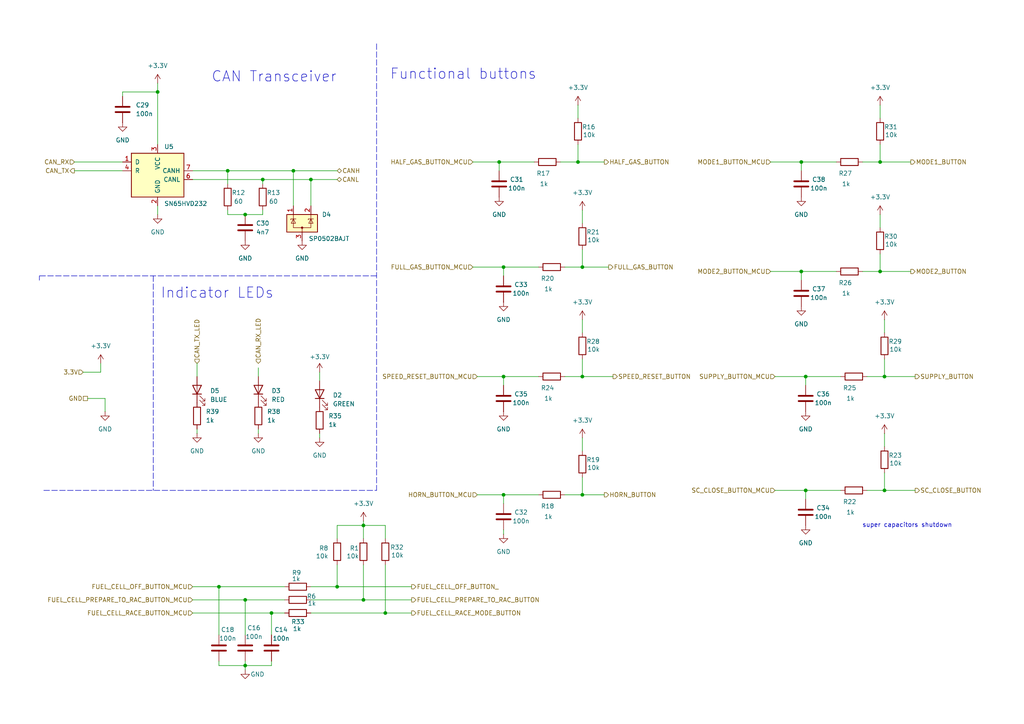
<source format=kicad_sch>
(kicad_sch (version 20250114) (generator "eeschema") (generator_version "9.0")
  (paper "A4")
  (lib_symbols
    (symbol "+3.3V_1" (power) (pin_numbers (hide yes)) (pin_names (offset 0) (hide yes))
      (property "Value" "+3.3V" (at 0 3.556 0))
      (symbol "+3.3V_1_0_1"
        (polyline (pts (xy -0.762 1.27) (xy 0 2.54)))
        (polyline (pts (xy 0 2.54) (xy 0.762 1.27)))
        (polyline (pts (xy 0 0) (xy 0 2.54)))
      )
      (symbol "+3.3V_1_1_1"
        (pin power_in line (at 0 0 90) (length 0) (name "~") (number "1"))
      )
    )
    (symbol "+3.3V_2" (power) (pin_numbers (hide yes)) (pin_names (offset 0) (hide yes))
      (property "Value" "+3.3V" (at 0 3.556 0))
      (symbol "+3.3V_2_0_1"
        (polyline (pts (xy -0.762 1.27) (xy 0 2.54)))
        (polyline (pts (xy 0 2.54) (xy 0.762 1.27)))
        (polyline (pts (xy 0 0) (xy 0 2.54)))
      )
      (symbol "+3.3V_2_1_1"
        (pin power_in line (at 0 0 90) (length 0) (name "~") (number "1"))
      )
    )
    (symbol "+3.3V_3" (power) (pin_numbers (hide yes)) (pin_names (offset 0) (hide yes))
      (property "Value" "+3.3V" (at 0 3.556 0))
      (symbol "+3.3V_3_0_1"
        (polyline (pts (xy -0.762 1.27) (xy 0 2.54)))
        (polyline (pts (xy 0 2.54) (xy 0.762 1.27)))
        (polyline (pts (xy 0 0) (xy 0 2.54)))
      )
      (symbol "+3.3V_3_1_1"
        (pin power_in line (at 0 0 90) (length 0) (name "~") (number "1"))
      )
    )
    (symbol "+3.3V_4" (power) (pin_numbers (hide yes)) (pin_names (offset 0) (hide yes))
      (property "Value" "+3.3V" (at 0 3.556 0))
      (symbol "+3.3V_4_0_1"
        (polyline (pts (xy -0.762 1.27) (xy 0 2.54)))
        (polyline (pts (xy 0 2.54) (xy 0.762 1.27)))
        (polyline (pts (xy 0 0) (xy 0 2.54)))
      )
      (symbol "+3.3V_4_1_1"
        (pin power_in line (at 0 0 90) (length 0) (name "~") (number "1"))
      )
    )
    (symbol "Device:C" (pin_numbers (hide yes)) (pin_names (offset 0.254))
      (property "Reference" "C" (at 0.635 2.54 0))
      (property "Value" "C" (at 0.635 -2.54 0))
      (symbol "C_0_1"
        (polyline (pts (xy -2.032 0.762) (xy 2.032 0.762)) (stroke (width 0.508)))
        (polyline (pts (xy -2.032 -0.762) (xy 2.032 -0.762)) (stroke (width 0.508)))
      )
      (symbol "C_1_1"
        (pin passive line (at 0 3.81 270) (length 2.794) (name "~") (number "1"))
        (pin passive line (at 0 -3.81 90) (length 2.794) (name "~") (number "2"))
      )
    )
    (symbol "Device:LED" (pin_numbers (hide yes)) (pin_names (offset 1.016) (hide yes))
      (property "Reference" "D" (at 0 2.54 0))
      (property "Value" "LED" (at 0 -2.54 0))
      (symbol "LED_0_1"
        (polyline (pts (xy -3.048 -0.762) (xy -4.572 -2.286) (xy -3.81 -2.286) (xy -4.572 -2.286) (xy -4.572 -1.524)))
        (polyline (pts (xy -1.778 -0.762) (xy -3.302 -2.286) (xy -2.54 -2.286) (xy -3.302 -2.286) (xy -3.302 -1.524)))
        (polyline (pts (xy -1.27 0) (xy 1.27 0)))
        (polyline (pts (xy -1.27 -1.27) (xy -1.27 1.27)) (stroke (width 0.254)))
        (polyline (pts (xy 1.27 -1.27) (xy 1.27 1.27) (xy -1.27 0) (xy 1.27 -1.27)) (stroke (width 0.254)))
      )
      (symbol "LED_1_1"
        (pin passive line (at -3.81 0 0) (length 2.54) (name "K") (number "1"))
        (pin passive line (at 3.81 0 180) (length 2.54) (name "A") (number "2"))
      )
    )
    (symbol "Device:R" (pin_numbers (hide yes)) (pin_names (offset 0))
      (property "Reference" "R" (at 2.032 0 90))
      (property "Value" "R" (at 0 0 90))
      (symbol "R_0_1"
        (rectangle (start -1.016 -2.54) (end 1.016 2.54) (stroke (width 0.254)))
      )
      (symbol "R_1_1"
        (pin passive line (at 0 3.81 270) (length 1.27) (name "~") (number "1"))
        (pin passive line (at 0 -3.81 90) (length 1.27) (name "~") (number "2"))
      )
    )
    (symbol "GND_1" (power) (pin_numbers (hide yes)) (pin_names (offset 0) (hide yes))
      (property "Value" "GND" (at 0 -3.81 0))
      (symbol "GND_1_0_1"
        (polyline (pts (xy 0 0) (xy 0 -1.27) (xy 1.27 -1.27) (xy 0 -2.54) (xy -1.27 -1.27) (xy 0 -1.27)))
      )
      (symbol "GND_1_1_1"
        (pin power_in line (at 0 0 270) (length 0) (name "~") (number "1"))
      )
    )
    (symbol "GND_2" (power) (pin_numbers (hide yes)) (pin_names (offset 0) (hide yes))
      (property "Value" "GND" (at 0 -3.81 0))
      (symbol "GND_2_0_1"
        (polyline (pts (xy 0 0) (xy 0 -1.27) (xy 1.27 -1.27) (xy 0 -2.54) (xy -1.27 -1.27) (xy 0 -1.27)))
      )
      (symbol "GND_2_1_1"
        (pin power_in line (at 0 0 270) (length 0) (name "~") (number "1"))
      )
    )
    (symbol "GND_3" (power) (pin_numbers (hide yes)) (pin_names (offset 0) (hide yes))
      (property "Value" "GND" (at 0 -3.81 0))
      (symbol "GND_3_0_1"
        (polyline (pts (xy 0 0) (xy 0 -1.27) (xy 1.27 -1.27) (xy 0 -2.54) (xy -1.27 -1.27) (xy 0 -1.27)))
      )
      (symbol "GND_3_1_1"
        (pin power_in line (at 0 0 270) (length 0) (name "~") (number "1"))
      )
    )
    (symbol "Interface_CAN_LIN:SN65HVD232" (pin_names (offset 1.016))
      (property "Reference" "U" (at -2.54 10.16 0))
      (property "Value" "SN65HVD232" (at -2.54 7.62 0))
      (symbol "SN65HVD232_0_1"
        (rectangle (start -7.62 5.08) (end 7.62 -7.62) (stroke (width 0.254)) (fill (type background)))
      )
      (symbol "SN65HVD232_1_1"
        (pin input line (at -10.16 2.54 0) (length 2.54) (name "D") (number "1"))
        (pin output line (at -10.16 0 0) (length 2.54) (name "R") (number "4"))
        (pin no_connect line (at -7.62 -2.54 0) (length 2.54) (hide yes) (name "NC") (number "5"))
        (pin no_connect line (at -7.62 -5.08 0) (length 2.54) (hide yes) (name "NC") (number "8"))
        (pin power_in line (at 0 7.62 270) (length 2.54) (name "VCC") (number "3"))
        (pin power_in line (at 0 -10.16 90) (length 2.54) (name "GND") (number "2"))
        (pin bidirectional line (at 10.16 0 180) (length 2.54) (name "CANH") (number "7"))
        (pin bidirectional line (at 10.16 -2.54 180) (length 2.54) (name "CANL") (number "6"))
      )
    )
    (symbol "Power_Protection:SP0502BAJT" (pin_names (hide yes))
      (property "Reference" "D" (at 5.715 2.54 0))
      (property "Value" "SP0502BAJT" (at 5.715 0.635 0))
      (symbol "SP0502BAJT_0_0"
        (pin passive line (at 0 -5.08 90) (length 2.54) (name "A") (number "3"))
      )
      (symbol "SP0502BAJT_0_1"
        (rectangle (start -4.445 2.54) (end 4.445 -2.54) (stroke (width 0.254)) (fill (type background)))
        (polyline (pts (xy -3.302 1.016) (xy -3.302 1.27) (xy -1.905 1.27) (xy -1.778 1.27)))
        (polyline (pts (xy -2.54 2.54) (xy -2.54 1.27)))
        (polyline (pts (xy -2.54 1.27) (xy -2.54 -1.27) (xy 2.54 -1.27) (xy 2.54 1.27)))
        (polyline (pts (xy -2.54 1.27) (xy -1.905 0) (xy -3.175 0) (xy -2.54 1.27)))
        (polyline (pts (xy 0 -1.27) (xy 0 -2.54)))
        (circle (center 0 -1.27) (radius 0.254) (fill (type outline)))
        (polyline (pts (xy 1.778 1.016) (xy 1.778 1.27) (xy 3.175 1.27) (xy 3.302 1.27)))
        (polyline (pts (xy 2.54 2.54) (xy 2.54 1.27)))
        (polyline (pts (xy 2.54 1.27) (xy 1.905 0) (xy 3.175 0) (xy 2.54 1.27)))
      )
      (symbol "SP0502BAJT_1_1"
        (pin passive line (at -2.54 5.08 270) (length 2.54) (name "K") (number "1"))
        (pin passive line (at 2.54 5.08 270) (length 2.54) (name "K") (number "2"))
      )
    )
    (symbol "power:+3.3V" (power) (pin_numbers (hide yes)) (pin_names (offset 0) (hide yes))
      (property "Value" "+3.3V" (at 0 3.556 0))
      (symbol "+3.3V_0_1"
        (polyline (pts (xy -0.762 1.27) (xy 0 2.54)))
        (polyline (pts (xy 0 2.54) (xy 0.762 1.27)))
        (polyline (pts (xy 0 0) (xy 0 2.54)))
      )
      (symbol "+3.3V_1_1"
        (pin power_in line (at 0 0 90) (length 0) (name "~") (number "1"))
      )
    )
    (symbol "power:GND" (power) (pin_numbers (hide yes)) (pin_names (offset 0) (hide yes))
      (property "Value" "GND" (at 0 -3.81 0))
      (symbol "GND_0_1"
        (polyline (pts (xy 0 0) (xy 0 -1.27) (xy 1.27 -1.27) (xy 0 -2.54) (xy -1.27 -1.27) (xy 0 -1.27)))
      )
      (symbol "GND_1_1"
        (pin power_in line (at 0 0 270) (length 0) (name "~") (number "1"))
      )
    )
  )
  (text "Functional buttons" (at 134.366 21.59 0) (effects (font (size 3 3))))
  (text "Indicator LEDs\n" (at 62.992 85.09 0) (effects (font (size 3 3))))
  (text "super capacitors shutdown\n" (at 263.144 152.4 0) (effects (font (size 1.27 1.27))))
  (text "CAN Transceiver\n" (at 79.502 22.352 0) (effects (font (size 3 3))))
  (junction (at 255.27 46.99))
  (junction (at 233.68 109.22))
  (junction (at 146.05 109.22))
  (junction (at 71.12 62.23))
  (junction (at 85.09 49.53))
  (junction (at 97.79 170.18))
  (junction (at 71.12 193.04))
  (junction (at 168.91 109.22))
  (junction (at 45.72 26.67))
  (junction (at 233.68 142.24))
  (junction (at 256.54 109.22))
  (junction (at 71.12 173.99))
  (junction (at 105.41 173.99))
  (junction (at 232.41 78.74))
  (junction (at 144.78 46.99))
  (junction (at 105.41 152.4))
  (junction (at 168.91 143.51))
  (junction (at 232.41 46.99))
  (junction (at 111.76 177.8))
  (junction (at 168.91 77.47))
  (junction (at 146.05 77.47))
  (junction (at 63.5 170.18))
  (junction (at 167.64 46.99))
  (junction (at 66.04 49.53))
  (junction (at 146.05 143.51))
  (junction (at 76.2 52.07))
  (junction (at 90.17 52.07))
  (junction (at 256.54 142.24))
  (junction (at 78.74 177.8))
  (junction (at 255.27 78.74))
  (wire (pts (xy 232.41 78.74) (xy 232.41 81.28)))
  (wire (pts (xy 223.52 46.99) (xy 232.41 46.99)))
  (wire (pts (xy 255.27 62.23) (xy 255.27 66.04)))
  (wire (pts (xy 57.15 124.46) (xy 57.15 125.73)))
  (wire (pts (xy 137.16 46.99) (xy 144.78 46.99)))
  (wire (pts (xy 97.79 163.83) (xy 97.79 170.18)))
  (wire (pts (xy 71.12 62.23) (xy 76.2 62.23)))
  (wire (pts (xy 168.91 77.47) (xy 176.53 77.47)))
  (wire (pts (xy 168.91 138.43) (xy 168.91 143.51)))
  (wire (pts (xy 163.83 77.47) (xy 168.91 77.47)))
  (wire (pts (xy 146.05 153.67) (xy 146.05 154.94)))
  (wire (pts (xy 250.19 78.74) (xy 255.27 78.74)))
  (wire (pts (xy 21.59 49.53) (xy 35.56 49.53)))
  (wire (pts (xy 76.2 52.07) (xy 76.2 53.34)))
  (wire (pts (xy 163.83 109.22) (xy 168.91 109.22)))
  (wire (pts (xy 111.76 163.83) (xy 111.76 177.8)))
  (wire (pts (xy 105.41 173.99) (xy 119.38 173.99)))
  (wire (pts (xy 156.21 143.51) (xy 146.05 143.51)))
  (wire (pts (xy 105.41 152.4) (xy 105.41 156.21)))
  (wire (pts (xy 111.76 177.8) (xy 119.38 177.8)))
  (wire (pts (xy 223.52 78.74) (xy 232.41 78.74)))
  (wire (pts (xy 242.57 46.99) (xy 232.41 46.99)))
  (wire (pts (xy 168.91 60.96) (xy 168.91 64.77)))
  (wire (pts (xy 71.12 193.04) (xy 71.12 191.77)))
  (wire (pts (xy 224.79 142.24) (xy 233.68 142.24)))
  (wire (pts (xy 146.05 77.47) (xy 146.05 80.01)))
  (wire (pts (xy 138.43 143.51) (xy 146.05 143.51)))
  (wire (pts (xy 167.64 46.99) (xy 175.26 46.99)))
  (wire (pts (xy 66.04 49.53) (xy 66.04 53.34)))
  (wire (pts (xy 30.48 115.57) (xy 30.48 119.38)))
  (wire (pts (xy 92.71 125.73) (xy 92.71 127)))
  (wire (pts (xy 167.64 41.91) (xy 167.64 46.99)))
  (polyline (pts (xy 11.43 80.01) (xy 11.43 81.28)) (stroke (width 0) (type dash)))
  (wire (pts (xy 97.79 170.18) (xy 119.38 170.18)))
  (wire (pts (xy 168.91 92.71) (xy 168.91 96.52)))
  (wire (pts (xy 35.56 26.67) (xy 45.72 26.67)))
  (wire (pts (xy 63.5 170.18) (xy 63.5 184.15)))
  (wire (pts (xy 21.59 46.99) (xy 35.56 46.99)))
  (wire (pts (xy 255.27 78.74) (xy 264.16 78.74)))
  (wire (pts (xy 71.12 193.04) (xy 71.12 194.31)))
  (wire (pts (xy 233.68 109.22) (xy 233.68 111.76)))
  (wire (pts (xy 90.17 173.99) (xy 105.41 173.99)))
  (wire (pts (xy 90.17 177.8) (xy 111.76 177.8)))
  (wire (pts (xy 256.54 92.71) (xy 256.54 96.52)))
  (wire (pts (xy 92.71 107.95) (xy 92.71 110.49)))
  (wire (pts (xy 255.27 73.66) (xy 255.27 78.74)))
  (wire (pts (xy 74.93 124.46) (xy 74.93 125.73)))
  (wire (pts (xy 137.16 77.47) (xy 146.05 77.47)))
  (wire (pts (xy 232.41 46.99) (xy 232.41 49.53)))
  (wire (pts (xy 78.74 193.04) (xy 71.12 193.04)))
  (wire (pts (xy 24.13 107.95) (xy 29.21 107.95)))
  (wire (pts (xy 78.74 177.8) (xy 82.55 177.8)))
  (wire (pts (xy 71.12 173.99) (xy 82.55 173.99)))
  (wire (pts (xy 168.91 127) (xy 168.91 130.81)))
  (wire (pts (xy 168.91 109.22) (xy 177.8 109.22)))
  (wire (pts (xy 144.78 46.99) (xy 144.78 49.53)))
  (wire (pts (xy 167.64 30.48) (xy 167.64 34.29)))
  (wire (pts (xy 168.91 143.51) (xy 175.26 143.51)))
  (wire (pts (xy 63.5 193.04) (xy 71.12 193.04)))
  (wire (pts (xy 256.54 104.14) (xy 256.54 109.22)))
  (wire (pts (xy 85.09 49.53) (xy 85.09 59.69)))
  (wire (pts (xy 55.88 52.07) (xy 76.2 52.07)))
  (wire (pts (xy 250.19 46.99) (xy 255.27 46.99)))
  (polyline (pts (xy 109.22 80.01) (xy 11.43 80.01)) (stroke (width 0) (type dash)))
  (wire (pts (xy 55.88 170.18) (xy 63.5 170.18)))
  (wire (pts (xy 78.74 177.8) (xy 78.74 184.15)))
  (wire (pts (xy 168.91 104.14) (xy 168.91 109.22)))
  (polyline (pts (xy 44.45 80.01) (xy 44.45 142.24)) (stroke (width 0) (type dash)))
  (wire (pts (xy 97.79 152.4) (xy 105.41 152.4)))
  (wire (pts (xy 66.04 62.23) (xy 71.12 62.23)))
  (wire (pts (xy 105.41 152.4) (xy 111.76 152.4)))
  (wire (pts (xy 154.94 46.99) (xy 144.78 46.99)))
  (wire (pts (xy 90.17 52.07) (xy 97.79 52.07)))
  (polyline (pts (xy 12.7 142.24) (xy 109.22 142.24)) (stroke (width 0) (type dash)))
  (wire (pts (xy 156.21 109.22) (xy 146.05 109.22)))
  (wire (pts (xy 55.88 177.8) (xy 78.74 177.8)))
  (wire (pts (xy 76.2 52.07) (xy 90.17 52.07)))
  (wire (pts (xy 57.15 105.41) (xy 57.15 109.22)))
  (wire (pts (xy 146.05 143.51) (xy 146.05 146.05)))
  (wire (pts (xy 66.04 49.53) (xy 85.09 49.53)))
  (wire (pts (xy 168.91 72.39) (xy 168.91 77.47)))
  (wire (pts (xy 162.56 46.99) (xy 167.64 46.99)))
  (wire (pts (xy 251.46 142.24) (xy 256.54 142.24)))
  (wire (pts (xy 35.56 27.94) (xy 35.56 26.67)))
  (wire (pts (xy 243.84 109.22) (xy 233.68 109.22)))
  (wire (pts (xy 63.5 191.77) (xy 63.5 193.04)))
  (wire (pts (xy 256.54 137.16) (xy 256.54 142.24)))
  (wire (pts (xy 242.57 78.74) (xy 232.41 78.74)))
  (wire (pts (xy 255.27 46.99) (xy 264.16 46.99)))
  (wire (pts (xy 55.88 49.53) (xy 66.04 49.53)))
  (wire (pts (xy 146.05 109.22) (xy 146.05 111.76)))
  (wire (pts (xy 63.5 170.18) (xy 82.55 170.18)))
  (wire (pts (xy 45.72 24.13) (xy 45.72 26.67)))
  (wire (pts (xy 111.76 152.4) (xy 111.76 156.21)))
  (wire (pts (xy 97.79 152.4) (xy 97.79 156.21)))
  (wire (pts (xy 71.12 173.99) (xy 71.12 184.15)))
  (wire (pts (xy 255.27 41.91) (xy 255.27 46.99)))
  (wire (pts (xy 251.46 109.22) (xy 256.54 109.22)))
  (wire (pts (xy 90.17 52.07) (xy 90.17 59.69)))
  (wire (pts (xy 74.93 106.68) (xy 74.93 109.22)))
  (wire (pts (xy 85.09 49.53) (xy 97.79 49.53)))
  (wire (pts (xy 45.72 26.67) (xy 45.72 41.91)))
  (wire (pts (xy 256.54 125.73) (xy 256.54 129.54)))
  (wire (pts (xy 25.4 115.57) (xy 30.48 115.57)))
  (wire (pts (xy 78.74 191.77) (xy 78.74 193.04)))
  (wire (pts (xy 55.88 173.99) (xy 71.12 173.99)))
  (wire (pts (xy 156.21 77.47) (xy 146.05 77.47)))
  (wire (pts (xy 256.54 109.22) (xy 265.43 109.22)))
  (wire (pts (xy 45.72 59.69) (xy 45.72 62.23)))
  (wire (pts (xy 255.27 30.48) (xy 255.27 34.29)))
  (wire (pts (xy 163.83 143.51) (xy 168.91 143.51)))
  (wire (pts (xy 29.21 105.41) (xy 29.21 107.95)))
  (wire (pts (xy 224.79 109.22) (xy 233.68 109.22)))
  (wire (pts (xy 90.17 170.18) (xy 97.79 170.18)))
  (wire (pts (xy 66.04 62.23) (xy 66.04 60.96)))
  (polyline (pts (xy 109.22 12.7) (xy 109.22 142.24)) (stroke (width 0) (type dash)))
  (wire (pts (xy 76.2 62.23) (xy 76.2 60.96)))
  (wire (pts (xy 105.41 173.99) (xy 105.41 163.83)))
  (wire (pts (xy 138.43 109.22) (xy 146.05 109.22)))
  (wire (pts (xy 233.68 142.24) (xy 233.68 144.78)))
  (wire (pts (xy 243.84 142.24) (xy 233.68 142.24)))
  (wire (pts (xy 256.54 142.24) (xy 265.43 142.24)))
  (wire (pts (xy 105.41 151.13) (xy 105.41 152.4)))
  (hierarchical_label "SC_CLOSE_BUTTON_MCU" (shape input) (at 224.79 142.24 180))
  (hierarchical_label "MODE2_BUTTON" (shape output) (at 264.16 78.74 0))
  (hierarchical_label "FUEL_CELL_RACE_BUTTON_MCU" (shape input) (at 55.88 177.8 180))
  (hierarchical_label "SUPPLY_BUTTON" (shape output) (at 265.43 109.22 0))
  (hierarchical_label "MODE1_BUTTON_MCU" (shape input) (at 223.52 46.99 180))
  (hierarchical_label "FUEL_CELL_OFF_BUTTON_" (shape output) (at 119.38 170.18 0))
  (hierarchical_label "SC_CLOSE_BUTTON" (shape output) (at 265.43 142.24 0))
  (hierarchical_label "MODE1_BUTTON" (shape output) (at 264.16 46.99 0))
  (hierarchical_label "CAN_RX_LED" (shape input) (at 74.93 105.41 90))
  (hierarchical_label "SPEED_RESET_BUTTON" (shape output) (at 177.8 109.22 0))
  (hierarchical_label "SPEED_RESET_BUTTON_MCU" (shape input) (at 138.43 109.22 180))
  (hierarchical_label "GND" (shape passive) (at 25.4 115.57 180))
  (hierarchical_label "MODE2_BUTTON_MCU" (shape input) (at 223.52 78.74 180))
  (hierarchical_label "FUEL_CELL_OFF_BUTTON_MCU" (shape input) (at 55.88 170.18 180))
  (hierarchical_label "HALF_GAS_BUTTON" (shape output) (at 175.26 46.99 0))
  (hierarchical_label "CANH" (shape bidirectional) (at 97.79 49.53 0))
  (hierarchical_label "CAN_RX" (shape input) (at 21.59 46.99 180))
  (hierarchical_label "CAN_TX_LED" (shape input) (at 57.15 105.41 90))
  (hierarchical_label "FULL_GAS_BUTTON" (shape output) (at 176.53 77.47 0))
  (hierarchical_label "CAN_TX" (shape output) (at 21.59 49.53 180))
  (hierarchical_label "HORN_BUTTON_MCU" (shape input) (at 138.43 143.51 180))
  (hierarchical_label "HORN_BUTTON" (shape output) (at 175.26 143.51 0))
  (hierarchical_label "FUEL_CELL_RACE_MODE_BUTTON" (shape output) (at 119.38 177.8 0))
  (hierarchical_label "SUPPLY_BUTTON_MCU" (shape input) (at 224.79 109.22 180))
  (hierarchical_label "CANL" (shape bidirectional) (at 97.79 52.07 0))
  (hierarchical_label "HALF_GAS_BUTTON_MCU" (shape input) (at 137.16 46.99 180))
  (hierarchical_label "FUEL_CELL_PREPARE_TO_RAC_BUTTON" (shape output) (at 119.38 173.99 0))
  (hierarchical_label "FULL_GAS_BUTTON_MCU" (shape input) (at 137.16 77.47 180))
  (hierarchical_label "3.3V" (shape input) (at 24.13 107.95 180))
  (hierarchical_label "FUEL_CELL_PREPARE_TO_RAC_BUTTON_MCU" (shape input) (at 55.88 173.99 180))
  (symbol (lib_id "Device:R") (at 246.38 46.99 90) (unit 1)
    (property "Reference" "R27" (at 247.142 50.292 90) (effects (justify left)))
    (property "Value" "1k" (at 246.634 53.34 90) (effects (justify left)))
    (property "Footprint" "Resistor_SMD:R_1206_3216Metric" (effects (hide yes)))
  )
  (symbol (lib_id "Device:R") (at 97.79 160.02 180) (unit 1)
    (property "Reference" "R8" (at 95.25 159.004 0) (effects (justify left)))
    (property "Value" "10k" (at 95.25 161.29 0) (effects (justify left)))
    (property "Footprint" "Resistor_SMD:R_1206_3216Metric" (effects (hide yes)))
  )
  (symbol (lib_id "Device:LED") (at 92.71 114.3 90) (unit 1)
    (property "Reference" "D2" (at 96.52 114.6174 90) (effects (justify right)))
    (property "Value" "GREEN" (at 96.52 117.1574 90) (effects (justify right)))
    (property "Footprint" "LED_SMD:LED_1206_3216Metric" (effects (hide yes)))
    (property "Description" "Light emitting diode" (effects (hide yes)))
    (property "Sim.Pins" "1=K 2=A" (effects (hide yes)))
  )
  (symbol (lib_name "GND_2") (lib_id "power:GND") (at 30.48 119.38 0) (unit 1)
    (property "Reference" "#PWR037" (effects (hide yes)))
    (property "Value" "GND" (at 30.48 124.46 0))
    (property "Description" "Power symbol creates a global label with name \"GND\" , ground" (effects (hide yes)))
  )
  (symbol (lib_name "+3.3V_2") (lib_id "power:+3.3V") (at 255.27 30.48 0) (unit 1)
    (property "Reference" "#PWR053" (effects (hide yes)))
    (property "Value" "+3.3V" (at 255.27 25.4 0))
    (property "Description" "Power symbol creates a global label with name \"+3.3V\"" (effects (hide yes)))
  )
  (symbol (lib_name "GND_2") (lib_id "power:GND") (at 233.68 152.4 0) (unit 1)
    (property "Reference" "#PWR043" (effects (hide yes)))
    (property "Value" "GND" (at 233.68 157.48 0))
    (property "Description" "Power symbol creates a global label with name \"GND\" , ground" (effects (hide yes)))
  )
  (symbol (lib_id "Device:R") (at 66.04 57.15 180) (unit 1)
    (property "Reference" "R12" (at 71.12 55.88 0) (effects (justify left)))
    (property "Value" "60" (at 70.485 58.42 0) (effects (justify left)))
    (property "Footprint" "Resistor_SMD:R_1206_3216Metric" (effects (hide yes)))
  )
  (symbol (lib_id "Device:R") (at 167.64 38.1 180) (unit 1)
    (property "Reference" "R16" (at 172.72 36.83 0) (effects (justify left)))
    (property "Value" "10k" (at 172.72 39.116 0) (effects (justify left)))
    (property "Footprint" "Resistor_SMD:R_1206_3216Metric" (effects (hide yes)))
  )
  (symbol (lib_name "GND_2") (lib_id "power:GND") (at 35.56 35.56 0) (unit 1)
    (property "Reference" "#PWR030" (effects (hide yes)))
    (property "Value" "GND" (at 35.56 40.64 0))
    (property "Description" "Power symbol creates a global label with name \"GND\" , ground" (effects (hide yes)))
  )
  (symbol (lib_name "+3.3V_3") (lib_id "power:+3.3V") (at 105.41 151.13 0) (unit 1)
    (property "Reference" "#PWR054" (effects (hide yes)))
    (property "Value" "+3.3V" (at 105.41 146.05 0))
    (property "Description" "Power symbol creates a global label with name \"+3.3V\"" (effects (hide yes)))
  )
  (symbol (lib_name "GND_1") (lib_id "power:GND") (at 71.12 194.31 0) (unit 1)
    (property "Reference" "#PWR061" (effects (hide yes)))
    (property "Value" "GND" (at 74.676 195.58 0))
    (property "Description" "Power symbol creates a global label with name \"GND\" , ground" (effects (hide yes)))
  )
  (symbol (lib_id "Device:R") (at 105.41 160.02 180) (unit 1)
    (property "Reference" "R1" (at 104.14 159.004 0) (effects (justify left)))
    (property "Value" "10k" (at 104.14 161.29 0) (effects (justify left)))
    (property "Footprint" "Resistor_SMD:R_1206_3216Metric" (effects (hide yes)))
  )
  (symbol (lib_name "+3.3V_1") (lib_id "power:+3.3V") (at 167.64 30.48 0) (unit 1)
    (property "Reference" "#PWR040" (effects (hide yes)))
    (property "Value" "+3.3V" (at 167.64 25.4 0))
    (property "Description" "Power symbol creates a global label with name \"+3.3V\"" (effects (hide yes)))
  )
  (symbol (lib_id "Device:R") (at 86.36 177.8 90) (unit 1)
    (property "Reference" "R33" (at 88.392 180.34 90) (effects (justify left)))
    (property "Value" "1k" (at 87.376 182.372 90) (effects (justify left)))
    (property "Footprint" "Resistor_SMD:R_1206_3216Metric" (effects (hide yes)))
  )
  (symbol (lib_id "Interface_CAN_LIN:SN65HVD232") (at 45.72 49.53 0) (unit 1)
    (property "Reference" "U5" (at 47.625 42.545 0) (effects (justify left)))
    (property "Value" "SN65HVD232" (at 47.625 59.055 0) (effects (justify left)))
    (property "Footprint" "Package_SO:SOIC-8_3.9x4.9mm_P1.27mm" (effects (hide yes)))
    (property "Datasheet" "http://www.ti.com/lit/ds/symlink/sn65hvd230.pdf" (effects (hide yes)))
  )
  (symbol (lib_id "Device:C") (at 71.12 66.04 0) (unit 1)
    (property "Reference" "C30" (at 76.2 64.77 0))
    (property "Value" "4n7" (at 76.2 67.31 0))
    (property "Footprint" "Capacitor_SMD:C_1206_3216Metric" (effects (hide yes)))
  )
  (symbol (lib_id "Device:C") (at 232.41 85.09 0) (unit 1)
    (property "Reference" "C37" (at 237.49 83.82 0))
    (property "Value" "100n" (at 237.49 86.36 0))
    (property "Footprint" "Capacitor_SMD:C_1206_3216Metric" (effects (hide yes)))
  )
  (symbol (lib_id "Device:C") (at 78.74 187.96 0) (unit 1)
    (property "Reference" "C14" (at 81.534 182.626 0))
    (property "Value" "100n" (at 81.534 185.166 0))
    (property "Footprint" "Capacitor_SMD:C_1206_3216Metric" (effects (hide yes)))
  )
  (symbol (lib_id "Device:LED") (at 74.93 113.03 90) (unit 1)
    (property "Reference" "D3" (at 78.74 113.3474 90) (effects (justify right)))
    (property "Value" "RED" (at 78.74 115.8874 90) (effects (justify right)))
    (property "Footprint" "LED_SMD:LED_1206_3216Metric" (effects (hide yes)))
    (property "Description" "Light emitting diode" (effects (hide yes)))
    (property "Sim.Pins" "1=K 2=A" (effects (hide yes)))
  )
  (symbol (lib_name "+3.3V_2") (lib_id "power:+3.3V") (at 256.54 92.71 0) (unit 1)
    (property "Reference" "#PWR046" (effects (hide yes)))
    (property "Value" "+3.3V" (at 256.54 87.63 0))
    (property "Description" "Power symbol creates a global label with name \"+3.3V\"" (effects (hide yes)))
  )
  (symbol (lib_id "Device:R") (at 92.71 121.92 0) (unit 1)
    (property "Reference" "R35" (at 95.25 120.6499 0) (effects (justify left)))
    (property "Value" "1k" (at 95.25 123.1899 0) (effects (justify left)))
    (property "Footprint" "Resistor_SMD:R_1206_3216Metric" (effects (hide yes)))
  )
  (symbol (lib_id "Device:C") (at 146.05 115.57 0) (unit 1)
    (property "Reference" "C35" (at 151.13 114.3 0))
    (property "Value" "100n" (at 151.13 116.84 0))
    (property "Footprint" "Capacitor_SMD:C_1206_3216Metric" (effects (hide yes)))
  )
  (symbol (lib_id "Device:C") (at 63.5 187.96 0) (unit 1)
    (property "Reference" "C18" (at 66.04 182.626 0))
    (property "Value" "100n" (at 66.04 185.166 0))
    (property "Footprint" "Capacitor_SMD:C_1206_3216Metric" (effects (hide yes)))
  )
  (symbol (lib_id "power:+3.3V") (at 92.71 107.95 0) (unit 1)
    (property "Reference" "#PWR082" (effects (hide yes)))
    (property "Value" "+3.3V" (at 92.71 103.505 0))
  )
  (symbol (lib_name "GND_2") (lib_id "power:GND") (at 45.72 62.23 0) (unit 1)
    (property "Reference" "#PWR032" (effects (hide yes)))
    (property "Value" "GND" (at 45.72 67.31 0))
    (property "Description" "Power symbol creates a global label with name \"GND\" , ground" (effects (hide yes)))
  )
  (symbol (lib_name "+3.3V_2") (lib_id "power:+3.3V") (at 168.91 60.96 0) (unit 1)
    (property "Reference" "#PWR044" (effects (hide yes)))
    (property "Value" "+3.3V" (at 168.91 55.88 0))
    (property "Description" "Power symbol creates a global label with name \"+3.3V\"" (effects (hide yes)))
  )
  (symbol (lib_name "GND_2") (lib_id "power:GND") (at 233.68 119.38 0) (unit 1)
    (property "Reference" "#PWR045" (effects (hide yes)))
    (property "Value" "GND" (at 233.68 124.46 0))
    (property "Description" "Power symbol creates a global label with name \"GND\" , ground" (effects (hide yes)))
  )
  (symbol (lib_id "Device:R") (at 86.36 170.18 90) (unit 1)
    (property "Reference" "R9" (at 87.376 166.116 90) (effects (justify left)))
    (property "Value" "1k" (at 87.122 167.894 90) (effects (justify left)))
    (property "Footprint" "Resistor_SMD:R_1206_3216Metric" (effects (hide yes)))
  )
  (symbol (lib_id "Power_Protection:SP0502BAJT") (at 87.63 64.77 0) (unit 1)
    (property "Reference" "D4" (at 93.345 62.23 0) (effects (justify left)))
    (property "Value" "SP0502BAJT" (at 89.535 69.215 0) (effects (justify left)))
    (property "Footprint" "Package_TO_SOT_SMD:SOT-323_SC-70" (effects (hide yes)))
    (property "Datasheet" "http://www.littelfuse.com/~/media/files/littelfuse/technical%20resources/documents/data%20sheets/sp05xxba.pdf" (effects (hide yes)))
  )
  (symbol (lib_id "Device:R") (at 160.02 109.22 90) (unit 1)
    (property "Reference" "R24" (at 160.782 112.522 90) (effects (justify left)))
    (property "Value" "1k" (at 160.274 115.57 90) (effects (justify left)))
    (property "Footprint" "Resistor_SMD:R_1206_3216Metric" (effects (hide yes)))
  )
  (symbol (lib_id "Device:C") (at 233.68 148.59 0) (unit 1)
    (property "Reference" "C34" (at 238.76 147.32 0))
    (property "Value" "100n" (at 238.76 149.86 0))
    (property "Footprint" "Capacitor_SMD:C_1206_3216Metric" (effects (hide yes)))
  )
  (symbol (lib_name "+3.3V_4") (lib_id "power:+3.3V") (at 29.21 105.41 0) (unit 1)
    (property "Reference" "#PWR049" (effects (hide yes)))
    (property "Value" "+3.3V" (at 29.21 100.33 0))
    (property "Description" "Power symbol creates a global label with name \"+3.3V\"" (effects (hide yes)))
  )
  (symbol (lib_id "Device:C") (at 146.05 83.82 0) (unit 1)
    (property "Reference" "C33" (at 151.13 82.55 0))
    (property "Value" "100n" (at 151.13 85.09 0))
    (property "Footprint" "Capacitor_SMD:C_1206_3216Metric" (effects (hide yes)))
  )
  (symbol (lib_id "Device:C") (at 144.78 53.34 0) (unit 1)
    (property "Reference" "C31" (at 149.86 52.07 0))
    (property "Value" "100n" (at 149.86 54.61 0))
    (property "Footprint" "Capacitor_SMD:C_1206_3216Metric" (effects (hide yes)))
  )
  (symbol (lib_id "Device:R") (at 247.65 109.22 90) (unit 1)
    (property "Reference" "R25" (at 248.412 112.522 90) (effects (justify left)))
    (property "Value" "1k" (at 247.904 115.57 90) (effects (justify left)))
    (property "Footprint" "Resistor_SMD:R_1206_3216Metric" (effects (hide yes)))
  )
  (symbol (lib_name "GND_3") (lib_id "power:GND") (at 87.63 69.85 0) (unit 1)
    (property "Reference" "#PWR034" (effects (hide yes)))
    (property "Value" "GND" (at 87.63 74.93 0))
    (property "Description" "Power symbol creates a global label with name \"GND\" , ground" (effects (hide yes)))
  )
  (symbol (lib_id "power:GND") (at 57.15 125.73 0) (unit 1)
    (property "Reference" "#PWR022" (effects (hide yes)))
    (property "Value" "GND" (at 57.15 130.81 0))
    (property "Description" "Power symbol creates a global label with name \"GND\" , ground" (effects (hide yes)))
  )
  (symbol (lib_id "Device:R") (at 76.2 57.15 180) (unit 1)
    (property "Reference" "R13" (at 81.28 55.88 0) (effects (justify left)))
    (property "Value" "60" (at 80.645 58.42 0) (effects (justify left)))
    (property "Footprint" "Resistor_SMD:R_1206_3216Metric" (effects (hide yes)))
  )
  (symbol (lib_name "+3.3V_2") (lib_id "power:+3.3V") (at 168.91 92.71 0) (unit 1)
    (property "Reference" "#PWR051" (effects (hide yes)))
    (property "Value" "+3.3V" (at 168.91 87.63 0))
    (property "Description" "Power symbol creates a global label with name \"+3.3V\"" (effects (hide yes)))
  )
  (symbol (lib_id "Device:R") (at 255.27 38.1 180) (unit 1)
    (property "Reference" "R31" (at 260.35 36.83 0) (effects (justify left)))
    (property "Value" "10k" (at 260.35 39.116 0) (effects (justify left)))
    (property "Footprint" "Resistor_SMD:R_1206_3216Metric" (effects (hide yes)))
  )
  (symbol (lib_name "GND_2") (lib_id "power:GND") (at 146.05 119.38 0) (unit 1)
    (property "Reference" "#PWR039" (effects (hide yes)))
    (property "Value" "GND" (at 146.05 124.46 0))
    (property "Description" "Power symbol creates a global label with name \"GND\" , ground" (effects (hide yes)))
  )
  (symbol (lib_id "Device:R") (at 57.15 120.65 0) (unit 1)
    (property "Reference" "R39" (at 59.69 119.3799 0) (effects (justify left)))
    (property "Value" "1k" (at 59.69 121.9199 0) (effects (justify left)))
    (property "Footprint" "Resistor_SMD:R_1206_3216Metric" (effects (hide yes)))
  )
  (symbol (lib_name "GND_2") (lib_id "power:GND") (at 146.05 87.63 0) (unit 1)
    (property "Reference" "#PWR027" (effects (hide yes)))
    (property "Value" "GND" (at 146.05 92.71 0))
    (property "Description" "Power symbol creates a global label with name \"GND\" , ground" (effects (hide yes)))
  )
  (symbol (lib_id "Device:R") (at 246.38 78.74 90) (unit 1)
    (property "Reference" "R26" (at 247.142 82.042 90) (effects (justify left)))
    (property "Value" "1k" (at 246.634 85.09 90) (effects (justify left)))
    (property "Footprint" "Resistor_SMD:R_1206_3216Metric" (effects (hide yes)))
  )
  (symbol (lib_id "Device:C") (at 71.12 187.96 0) (unit 1)
    (property "Reference" "C16" (at 73.66 182.118 0))
    (property "Value" "100n" (at 73.66 184.658 0))
    (property "Footprint" "Capacitor_SMD:C_1206_3216Metric" (effects (hide yes)))
  )
  (symbol (lib_name "GND_2") (lib_id "power:GND") (at 71.12 69.85 0) (unit 1)
    (property "Reference" "#PWR033" (effects (hide yes)))
    (property "Value" "GND" (at 71.12 74.93 0))
    (property "Description" "Power symbol creates a global label with name \"GND\" , ground" (effects (hide yes)))
  )
  (symbol (lib_id "Device:R") (at 158.75 46.99 90) (unit 1)
    (property "Reference" "R17" (at 159.512 50.292 90) (effects (justify left)))
    (property "Value" "1k" (at 159.004 53.34 90) (effects (justify left)))
    (property "Footprint" "Resistor_SMD:R_1206_3216Metric" (effects (hide yes)))
  )
  (symbol (lib_id "power:GND") (at 92.71 127 0) (unit 1)
    (property "Reference" "#PWR018" (effects (hide yes)))
    (property "Value" "GND" (at 92.71 132.08 0))
    (property "Description" "Power symbol creates a global label with name \"GND\" , ground" (effects (hide yes)))
  )
  (symbol (lib_name "+3.3V_2") (lib_id "power:+3.3V") (at 168.91 127 0) (unit 1)
    (property "Reference" "#PWR066" (effects (hide yes)))
    (property "Value" "+3.3V" (at 168.91 121.92 0))
    (property "Description" "Power symbol creates a global label with name \"+3.3V\"" (effects (hide yes)))
  )
  (symbol (lib_id "Device:LED") (at 57.15 113.03 90) (unit 1)
    (property "Reference" "D5" (at 60.96 113.3474 90) (effects (justify right)))
    (property "Value" "BLUE" (at 60.96 115.8874 90) (effects (justify right)))
    (property "Footprint" "LED_SMD:LED_1206_3216Metric" (effects (hide yes)))
    (property "Description" "Light emitting diode" (effects (hide yes)))
    (property "Sim.Pins" "1=K 2=A" (effects (hide yes)))
  )
  (symbol (lib_id "Device:R") (at 74.93 120.65 0) (unit 1)
    (property "Reference" "R38" (at 77.47 119.3799 0) (effects (justify left)))
    (property "Value" "1k" (at 77.47 121.9199 0) (effects (justify left)))
    (property "Footprint" "Resistor_SMD:R_1206_3216Metric" (effects (hide yes)))
  )
  (symbol (lib_id "Device:R") (at 256.54 100.33 180) (unit 1)
    (property "Reference" "R29" (at 261.62 99.06 0) (effects (justify left)))
    (property "Value" "10k" (at 261.62 101.346 0) (effects (justify left)))
    (property "Footprint" "Resistor_SMD:R_1206_3216Metric" (effects (hide yes)))
  )
  (symbol (lib_id "Device:R") (at 111.76 160.02 180) (unit 1)
    (property "Reference" "R32" (at 117.094 158.75 0) (effects (justify left)))
    (property "Value" "10k" (at 117.094 161.036 0) (effects (justify left)))
    (property "Footprint" "Resistor_SMD:R_1206_3216Metric" (effects (hide yes)))
  )
  (symbol (lib_id "Device:R") (at 160.02 143.51 90) (unit 1)
    (property "Reference" "R18" (at 160.782 146.812 90) (effects (justify left)))
    (property "Value" "1k" (at 160.274 149.86 90) (effects (justify left)))
    (property "Footprint" "Resistor_SMD:R_1206_3216Metric" (effects (hide yes)))
  )
  (symbol (lib_id "Device:R") (at 168.91 134.62 180) (unit 1)
    (property "Reference" "R19" (at 173.99 133.35 0) (effects (justify left)))
    (property "Value" "10k" (at 173.99 135.636 0) (effects (justify left)))
    (property "Footprint" "Resistor_SMD:R_1206_3216Metric" (effects (hide yes)))
  )
  (symbol (lib_name "GND_2") (lib_id "power:GND") (at 232.41 57.15 0) (unit 1)
    (property "Reference" "#PWR048" (effects (hide yes)))
    (property "Value" "GND" (at 232.41 62.23 0))
    (property "Description" "Power symbol creates a global label with name \"GND\" , ground" (effects (hide yes)))
  )
  (symbol (lib_name "GND_2") (lib_id "power:GND") (at 144.78 57.15 0) (unit 1)
    (property "Reference" "#PWR026" (effects (hide yes)))
    (property "Value" "GND" (at 144.78 62.23 0))
    (property "Description" "Power symbol creates a global label with name \"GND\" , ground" (effects (hide yes)))
  )
  (symbol (lib_name "+3.3V_2") (lib_id "power:+3.3V") (at 256.54 125.73 0) (unit 1)
    (property "Reference" "#PWR042" (effects (hide yes)))
    (property "Value" "+3.3V" (at 256.54 120.65 0))
    (property "Description" "Power symbol creates a global label with name \"+3.3V\"" (effects (hide yes)))
  )
  (symbol (lib_id "power:+3.3V") (at 45.72 24.13 0) (unit 1)
    (property "Reference" "#PWR031" (effects (hide yes)))
    (property "Value" "+3.3V" (at 45.72 19.05 0))
    (property "Description" "Power symbol creates a global label with name \"+3.3V\"" (effects (hide yes)))
  )
  (symbol (lib_id "Device:C") (at 232.41 53.34 0) (unit 1)
    (property "Reference" "C38" (at 237.49 52.07 0))
    (property "Value" "100n" (at 237.49 54.61 0))
    (property "Footprint" "Capacitor_SMD:C_1206_3216Metric" (effects (hide yes)))
  )
  (symbol (lib_name "GND_2") (lib_id "power:GND") (at 232.41 88.9 0) (unit 1)
    (property "Reference" "#PWR047" (effects (hide yes)))
    (property "Value" "GND" (at 232.41 93.98 0))
    (property "Description" "Power symbol creates a global label with name \"GND\" , ground" (effects (hide yes)))
  )
  (symbol (lib_id "Device:C") (at 233.68 115.57 0) (unit 1)
    (property "Reference" "C36" (at 238.76 114.3 0))
    (property "Value" "100n" (at 238.76 116.84 0))
    (property "Footprint" "Capacitor_SMD:C_1206_3216Metric" (effects (hide yes)))
  )
  (symbol (lib_id "Device:R") (at 168.91 68.58 180) (unit 1)
    (property "Reference" "R21" (at 173.99 67.31 0) (effects (justify left)))
    (property "Value" "10k" (at 173.99 69.596 0) (effects (justify left)))
    (property "Footprint" "Resistor_SMD:R_1206_3216Metric" (effects (hide yes)))
  )
  (symbol (lib_name "GND_2") (lib_id "power:GND") (at 146.05 154.94 0) (unit 1)
    (property "Reference" "#PWR041" (effects (hide yes)))
    (property "Value" "GND" (at 146.05 160.02 0))
    (property "Description" "Power symbol creates a global label with name \"GND\" , ground" (effects (hide yes)))
  )
  (symbol (lib_id "Device:R") (at 86.36 173.99 90) (unit 1)
    (property "Reference" "R6" (at 91.694 172.974 90) (effects (justify left)))
    (property "Value" "1k" (at 91.694 175.006 90) (effects (justify left)))
    (property "Footprint" "Resistor_SMD:R_1206_3216Metric" (effects (hide yes)))
  )
  (symbol (lib_id "power:GND") (at 74.93 125.73 0) (unit 1)
    (property "Reference" "#PWR021" (effects (hide yes)))
    (property "Value" "GND" (at 74.93 130.81 0))
    (property "Description" "Power symbol creates a global label with name \"GND\" , ground" (effects (hide yes)))
  )
  (symbol (lib_id "Device:C") (at 35.56 31.75 0) (unit 1)
    (property "Reference" "C29" (at 39.37 30.48 0) (effects (justify left)))
    (property "Value" "100n" (at 39.37 33.02 0) (effects (justify left)))
    (property "Footprint" "Capacitor_SMD:C_1206_3216Metric" (effects (hide yes)))
  )
  (symbol (lib_id "Device:R") (at 255.27 69.85 180) (unit 1)
    (property "Reference" "R30" (at 260.35 68.58 0) (effects (justify left)))
    (property "Value" "10k" (at 260.35 70.866 0) (effects (justify left)))
    (property "Footprint" "Resistor_SMD:R_1206_3216Metric" (effects (hide yes)))
  )
  (symbol (lib_id "Device:R") (at 247.65 142.24 90) (unit 1)
    (property "Reference" "R22" (at 248.412 145.542 90) (effects (justify left)))
    (property "Value" "1k" (at 247.904 148.59 90) (effects (justify left)))
    (property "Footprint" "Resistor_SMD:R_1206_3216Metric" (effects (hide yes)))
  )
  (symbol (lib_name "+3.3V_2") (lib_id "power:+3.3V") (at 255.27 62.23 0) (unit 1)
    (property "Reference" "#PWR052" (effects (hide yes)))
    (property "Value" "+3.3V" (at 255.27 57.15 0))
    (property "Description" "Power symbol creates a global label with name \"+3.3V\"" (effects (hide yes)))
  )
  (symbol (lib_id "Device:R") (at 160.02 77.47 90) (unit 1)
    (property "Reference" "R20" (at 160.782 80.772 90) (effects (justify left)))
    (property "Value" "1k" (at 160.274 83.82 90) (effects (justify left)))
    (property "Footprint" "Resistor_SMD:R_1206_3216Metric" (effects (hide yes)))
  )
  (symbol (lib_id "Device:C") (at 146.05 149.86 0) (unit 1)
    (property "Reference" "C32" (at 151.13 148.59 0))
    (property "Value" "100n" (at 151.13 151.13 0))
    (property "Footprint" "Capacitor_SMD:C_1206_3216Metric" (effects (hide yes)))
  )
  (symbol (lib_id "Device:R") (at 168.91 100.33 180) (unit 1)
    (property "Reference" "R28" (at 173.99 99.06 0) (effects (justify left)))
    (property "Value" "10k" (at 173.99 101.346 0) (effects (justify left)))
    (property "Footprint" "Resistor_SMD:R_1206_3216Metric" (effects (hide yes)))
  )
  (symbol (lib_id "Device:R") (at 256.54 133.35 180) (unit 1)
    (property "Reference" "R23" (at 261.62 132.08 0) (effects (justify left)))
    (property "Value" "10k" (at 261.62 134.366 0) (effects (justify left)))
    (property "Footprint" "Resistor_SMD:R_1206_3216Metric" (effects (hide yes)))
  )
)
</source>
